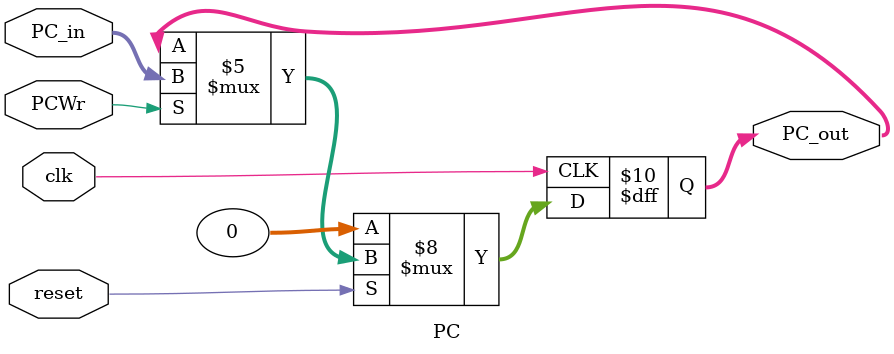
<source format=v>
module PC(PC_in,PC_out,PCWr,clk,reset);
output reg[31:0] PC_out;
input[31:0] PC_in;
input PCWr,clk,reset;

always@(negedge clk)
begin
	if(!reset) begin
		PC_out<=0;
	end
	else if(!PCWr) begin
		PC_out<=PC_out;
	end
	else begin
		PC_out<=PC_in;
	end
end

endmodule

</source>
